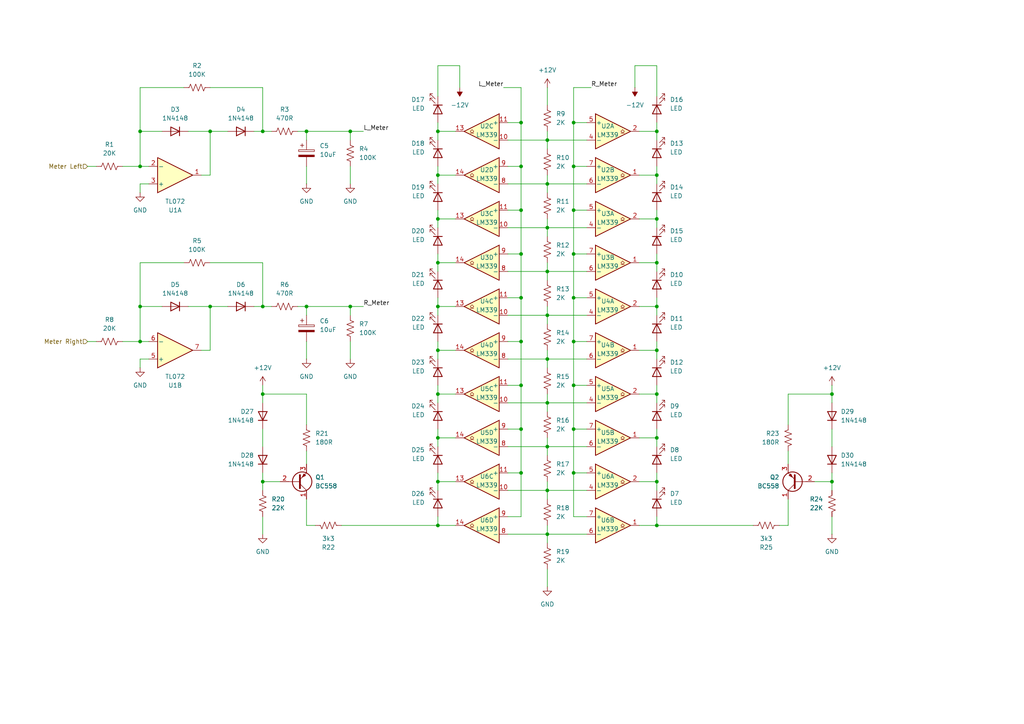
<source format=kicad_sch>
(kicad_sch (version 20250114) (generator "eeschema") (generator_version "9.0")
  (paper "A4")
  (title_block (comment 1 "PCB for 5 cm Kosmo format synthesizer module"))
  (lib_symbols
    (symbol "Amplifier_Operational:TL072" (pin_names (offset 0.127))
      (property "Reference" "U" (at 0 5.08 0))
      (property "Value" "TL072" (at 0 -5.08 0))
      (symbol "TL072_1_1"
        (pin input line (at -7.62 2.54 0) (length 2.54) (name "+") (number "3"))
        (pin input line (at -7.62 -2.54 0) (length 2.54) (name "-") (number "2"))
        (pin output line (at 7.62 0 180) (length 2.54) (name "~") (number "1"))
      )
      (symbol "TL072_2_1"
        (pin input line (at -7.62 2.54 0) (length 2.54) (name "+") (number "5"))
        (pin input line (at -7.62 -2.54 0) (length 2.54) (name "-") (number "6"))
        (pin output line (at 7.62 0 180) (length 2.54) (name "~") (number "7"))
      )
      (symbol "TL072_3_1"
        (pin power_in line (at -2.54 7.62 270) (length 3.81) (name "V+") (number "8"))
        (pin power_in line (at -2.54 -7.62 90) (length 3.81) (name "V-") (number "4"))
      )
    )
    (symbol "Comparator:LM339" (pin_names (offset 0.127))
      (property "Reference" "U" (at 0 5.08 0))
      (property "Value" "LM339" (at 0 -5.08 0))
      (symbol "LM339_1_1"
        (pin input line (at -7.62 2.54 0) (length 2.54) (name "+") (number "5"))
        (pin input line (at -7.62 -2.54 0) (length 2.54) (name "-") (number "4"))
        (pin open_collector line (at 7.62 0 180) (length 2.54) (name "~") (number "2"))
      )
      (symbol "LM339_2_1"
        (pin input line (at -7.62 2.54 0) (length 2.54) (name "+") (number "7"))
        (pin input line (at -7.62 -2.54 0) (length 2.54) (name "-") (number "6"))
        (pin open_collector line (at 7.62 0 180) (length 2.54) (name "~") (number "1"))
      )
      (symbol "LM339_3_1"
        (pin input line (at -7.62 2.54 0) (length 2.54) (name "+") (number "11"))
        (pin input line (at -7.62 -2.54 0) (length 2.54) (name "-") (number "10"))
        (pin open_collector line (at 7.62 0 180) (length 2.54) (name "~") (number "13"))
      )
      (symbol "LM339_4_1"
        (pin input line (at -7.62 2.54 0) (length 2.54) (name "+") (number "9"))
        (pin input line (at -7.62 -2.54 0) (length 2.54) (name "-") (number "8"))
        (pin open_collector line (at 7.62 0 180) (length 2.54) (name "~") (number "14"))
      )
      (symbol "LM339_5_1"
        (pin power_in line (at -2.54 7.62 270) (length 3.81) (name "V+") (number "3"))
        (pin power_in line (at -2.54 -7.62 90) (length 3.81) (name "V-") (number "12"))
      )
    )
    (symbol "Device:C_Polarized" (pin_numbers (hide yes)) (pin_names (offset 0.254))
      (property "Reference" "C" (at 0.635 2.54 0))
      (property "Value" "C_Polarized" (at 0.635 -2.54 0))
      (symbol "C_Polarized_1_1"
        (pin passive line (at 0 3.81 270) (length 2.794) (name "~") (number "1"))
        (pin passive line (at 0 -3.81 90) (length 2.794) (name "~") (number "2"))
      )
    )
    (symbol "Device:LED" (pin_numbers (hide yes)) (pin_names (offset 1.016) (hide yes))
      (property "Reference" "D" (at 0 2.54 0))
      (property "Value" "LED" (at 0 -2.54 0))
      (symbol "LED_1_1"
        (pin passive line (at -3.81 0 0) (length 2.54) (name "K") (number "1"))
        (pin passive line (at 3.81 0 180) (length 2.54) (name "A") (number "2"))
      )
    )
    (symbol "Device:R_US" (pin_numbers (hide yes)) (pin_names (offset 0))
      (property "Reference" "R" (at 2.54 0 90))
      (property "Value" "R_US" (at -2.54 0 90))
      (symbol "R_US_1_1"
        (pin passive line (at 0 3.81 270) (length 1.27) (name "~") (number "1"))
        (pin passive line (at 0 -3.81 90) (length 1.27) (name "~") (number "2"))
      )
    )
    (symbol "Diode:1N4148" (pin_numbers (hide yes)) (pin_names (hide yes))
      (property "Reference" "D" (at 0 2.54 0))
      (property "Value" "1N4148" (at 0 -2.54 0))
      (symbol "1N4148_1_1"
        (pin passive line (at -3.81 0 0) (length 2.54) (name "K") (number "1"))
        (pin passive line (at 3.81 0 180) (length 2.54) (name "A") (number "2"))
      )
    )
    (symbol "Transistor_BJT:BC558" (pin_names (offset 0) (hide yes))
      (property "Reference" "Q" (at 5.08 1.905 0))
      (property "Value" "BC558" (at 5.08 0 0))
      (symbol "BC558_1_1"
        (pin input line (at -5.08 0 0) (length 2.54) (name "B") (number "2"))
        (pin passive line (at 2.54 5.08 270) (length 2.54) (name "C") (number "1"))
        (pin passive line (at 2.54 -5.08 90) (length 2.54) (name "E") (number "3"))
      )
    )
    (symbol "power:+12V" (power) (pin_numbers (hide yes)) (pin_names (offset 0) (hide yes))
      (property "Value" "+12V" (at 0 3.556 0))
      (symbol "+12V_1_1"
        (pin power_in line (at 0 0 90) (length 0) (name "~") (number "1"))
      )
    )
    (symbol "power:-12V" (power) (pin_numbers (hide yes)) (pin_names (offset 0) (hide yes))
      (property "Value" "-12V" (at 0 3.556 0))
      (symbol "-12V_0_0"
        (pin power_in line (at 0 0 90) (length 0) (name "~") (number "1"))
      )
    )
    (symbol "power:GND" (power) (pin_numbers (hide yes)) (pin_names (offset 0) (hide yes))
      (property "Value" "GND" (at 0 -3.81 0))
      (symbol "GND_1_1"
        (pin power_in line (at 0 0 270) (length 0) (name "~") (number "1"))
      )
    )
  )
  (junction (at 127 139.7))
  (junction (at 190.5 114.3))
  (junction (at 151.13 137.16))
  (junction (at 158.75 116.84))
  (junction (at 76.2 38.1))
  (junction (at 40.64 38.1))
  (junction (at 166.37 86.36))
  (junction (at 101.6 88.9))
  (junction (at 127 88.9))
  (junction (at 190.5 101.6))
  (junction (at 166.37 73.66))
  (junction (at 166.37 111.76))
  (junction (at 127 38.1))
  (junction (at 190.5 38.1))
  (junction (at 190.5 139.7))
  (junction (at 190.5 63.5))
  (junction (at 127 63.5))
  (junction (at 166.37 60.96))
  (junction (at 127 101.6))
  (junction (at 151.13 73.66))
  (junction (at 166.37 35.56))
  (junction (at 190.5 76.2))
  (junction (at 166.37 99.06))
  (junction (at 151.13 60.96))
  (junction (at 190.5 127))
  (junction (at 40.64 88.9))
  (junction (at 158.75 78.74))
  (junction (at 127 76.2))
  (junction (at 127 152.4))
  (junction (at 158.75 129.54))
  (junction (at 151.13 86.36))
  (junction (at 166.37 124.46))
  (junction (at 158.75 40.64))
  (junction (at 158.75 53.34))
  (junction (at 151.13 48.26))
  (junction (at 60.96 88.9))
  (junction (at 166.37 137.16))
  (junction (at 88.9 38.1))
  (junction (at 158.75 91.44))
  (junction (at 76.2 114.3))
  (junction (at 76.2 88.9))
  (junction (at 40.64 48.26))
  (junction (at 190.5 50.8))
  (junction (at 127 127))
  (junction (at 158.75 142.24))
  (junction (at 76.2 139.7))
  (junction (at 88.9 88.9))
  (junction (at 158.75 66.04))
  (junction (at 241.3 139.7))
  (junction (at 158.75 154.94))
  (junction (at 127 114.3))
  (junction (at 40.64 99.06))
  (junction (at 190.5 88.9))
  (junction (at 151.13 124.46))
  (junction (at 166.37 48.26))
  (junction (at 241.3 114.3))
  (junction (at 151.13 99.06))
  (junction (at 151.13 35.56))
  (junction (at 127 50.8))
  (junction (at 158.75 104.14))
  (junction (at 60.96 38.1))
  (junction (at 190.5 152.4))
  (junction (at 101.6 38.1))
  (junction (at 151.13 111.76))
  (wire (pts (xy 166.37 73.66) (xy 170.18 73.66)))
  (wire (pts (xy 43.18 104.14) (xy 40.64 104.14)))
  (wire (pts (xy 73.66 38.1) (xy 76.2 38.1)))
  (wire (pts (xy 76.2 76.2) (xy 76.2 88.9)))
  (wire (pts (xy 147.32 116.84) (xy 158.75 116.84)))
  (wire (pts (xy 190.5 99.06) (xy 190.5 101.6)))
  (wire (pts (xy 190.5 152.4) (xy 185.42 152.4)))
  (wire (pts (xy 147.32 86.36) (xy 151.13 86.36)))
  (wire (pts (xy 190.5 139.7) (xy 190.5 142.24)))
  (wire (pts (xy 158.75 114.3) (xy 158.75 116.84)))
  (wire (pts (xy 76.2 139.7) (xy 76.2 142.24)))
  (wire (pts (xy 147.32 35.56) (xy 151.13 35.56)))
  (wire (pts (xy 60.96 38.1) (xy 60.96 50.8)))
  (wire (pts (xy 190.5 152.4) (xy 218.44 152.4)))
  (wire (pts (xy 127 63.5) (xy 127 66.04)))
  (wire (pts (xy 40.64 88.9) (xy 40.64 99.06)))
  (wire (pts (xy 158.75 25.4) (xy 158.75 30.48)))
  (wire (pts (xy 158.75 104.14) (xy 158.75 106.68)))
  (wire (pts (xy 60.96 25.4) (xy 76.2 25.4)))
  (wire (pts (xy 158.75 78.74) (xy 158.75 81.28)))
  (wire (pts (xy 158.75 40.64) (xy 158.75 43.18)))
  (wire (pts (xy 25.4 48.26) (xy 27.94 48.26)))
  (wire (pts (xy 88.9 88.9) (xy 101.6 88.9)))
  (wire (pts (xy 158.75 104.14) (xy 170.18 104.14)))
  (wire (pts (xy 190.5 19.05) (xy 190.5 27.94)))
  (wire (pts (xy 158.75 116.84) (xy 158.75 119.38)))
  (wire (pts (xy 158.75 91.44) (xy 158.75 93.98)))
  (wire (pts (xy 40.64 48.26) (xy 43.18 48.26)))
  (wire (pts (xy 166.37 124.46) (xy 166.37 137.16)))
  (wire (pts (xy 151.13 124.46) (xy 151.13 137.16)))
  (wire (pts (xy 60.96 38.1) (xy 66.04 38.1)))
  (wire (pts (xy 158.75 129.54) (xy 158.75 132.08)))
  (wire (pts (xy 166.37 73.66) (xy 166.37 86.36)))
  (wire (pts (xy 40.64 38.1) (xy 40.64 48.26)))
  (wire (pts (xy 127 63.5) (xy 132.08 63.5)))
  (wire (pts (xy 127 76.2) (xy 127 78.74)))
  (wire (pts (xy 184.15 25.4) (xy 184.15 19.05)))
  (wire (pts (xy 132.08 152.4) (xy 127 152.4)))
  (wire (pts (xy 147.32 104.14) (xy 158.75 104.14)))
  (wire (pts (xy 40.64 76.2) (xy 40.64 88.9)))
  (wire (pts (xy 185.42 50.8) (xy 190.5 50.8)))
  (wire (pts (xy 101.6 38.1) (xy 105.41 38.1)))
  (wire (pts (xy 88.9 38.1) (xy 86.36 38.1)))
  (wire (pts (xy 241.3 149.86) (xy 241.3 154.94)))
  (wire (pts (xy 76.2 38.1) (xy 78.74 38.1)))
  (wire (pts (xy 76.2 114.3) (xy 88.9 114.3)))
  (wire (pts (xy 185.42 139.7) (xy 190.5 139.7)))
  (wire (pts (xy 147.32 48.26) (xy 151.13 48.26)))
  (wire (pts (xy 166.37 137.16) (xy 170.18 137.16)))
  (wire (pts (xy 127 111.76) (xy 127 114.3)))
  (wire (pts (xy 190.5 111.76) (xy 190.5 114.3)))
  (wire (pts (xy 228.6 123.19) (xy 228.6 114.3)))
  (wire (pts (xy 166.37 48.26) (xy 166.37 60.96)))
  (wire (pts (xy 60.96 101.6) (xy 58.42 101.6)))
  (wire (pts (xy 127 88.9) (xy 132.08 88.9)))
  (wire (pts (xy 190.5 137.16) (xy 190.5 139.7)))
  (wire (pts (xy 147.32 60.96) (xy 151.13 60.96)))
  (wire (pts (xy 147.32 99.06) (xy 151.13 99.06)))
  (wire (pts (xy 60.96 88.9) (xy 66.04 88.9)))
  (wire (pts (xy 127 38.1) (xy 132.08 38.1)))
  (wire (pts (xy 241.3 111.76) (xy 241.3 114.3)))
  (wire (pts (xy 166.37 124.46) (xy 170.18 124.46)))
  (wire (pts (xy 127 73.66) (xy 127 76.2)))
  (wire (pts (xy 190.5 48.26) (xy 190.5 50.8)))
  (wire (pts (xy 158.75 154.94) (xy 170.18 154.94)))
  (wire (pts (xy 190.5 60.96) (xy 190.5 63.5)))
  (wire (pts (xy 166.37 86.36) (xy 166.37 99.06)))
  (wire (pts (xy 127 124.46) (xy 127 127)))
  (wire (pts (xy 151.13 48.26) (xy 151.13 60.96)))
  (wire (pts (xy 88.9 99.06) (xy 88.9 104.14)))
  (wire (pts (xy 190.5 149.86) (xy 190.5 152.4)))
  (wire (pts (xy 151.13 25.4) (xy 151.13 35.56)))
  (wire (pts (xy 147.32 111.76) (xy 151.13 111.76)))
  (wire (pts (xy 147.32 40.64) (xy 158.75 40.64)))
  (wire (pts (xy 147.32 154.94) (xy 158.75 154.94)))
  (wire (pts (xy 127 101.6) (xy 127 104.14)))
  (wire (pts (xy 88.9 130.81) (xy 88.9 134.62)))
  (wire (pts (xy 147.32 142.24) (xy 158.75 142.24)))
  (wire (pts (xy 241.3 139.7) (xy 236.22 139.7)))
  (wire (pts (xy 190.5 76.2) (xy 190.5 78.74)))
  (wire (pts (xy 151.13 137.16) (xy 151.13 149.86)))
  (wire (pts (xy 185.42 101.6) (xy 190.5 101.6)))
  (wire (pts (xy 171.45 25.4) (xy 166.37 25.4)))
  (wire (pts (xy 127 19.05) (xy 133.35 19.05)))
  (wire (pts (xy 241.3 124.46) (xy 241.3 129.54)))
  (wire (pts (xy 40.64 99.06) (xy 43.18 99.06)))
  (wire (pts (xy 54.61 38.1) (xy 60.96 38.1)))
  (wire (pts (xy 166.37 111.76) (xy 166.37 124.46)))
  (wire (pts (xy 127 88.9) (xy 127 91.44)))
  (wire (pts (xy 158.75 66.04) (xy 158.75 68.58)))
  (wire (pts (xy 158.75 152.4) (xy 158.75 154.94)))
  (wire (pts (xy 241.3 137.16) (xy 241.3 139.7)))
  (wire (pts (xy 127 114.3) (xy 127 116.84)))
  (wire (pts (xy 158.75 142.24) (xy 170.18 142.24)))
  (wire (pts (xy 25.4 99.06) (xy 27.94 99.06)))
  (wire (pts (xy 158.75 101.6) (xy 158.75 104.14)))
  (wire (pts (xy 158.75 129.54) (xy 170.18 129.54)))
  (wire (pts (xy 158.75 50.8) (xy 158.75 53.34)))
  (wire (pts (xy 151.13 73.66) (xy 151.13 86.36)))
  (wire (pts (xy 88.9 91.44) (xy 88.9 88.9)))
  (wire (pts (xy 46.99 88.9) (xy 40.64 88.9)))
  (wire (pts (xy 60.96 88.9) (xy 60.96 101.6)))
  (wire (pts (xy 127 48.26) (xy 127 50.8)))
  (wire (pts (xy 166.37 86.36) (xy 170.18 86.36)))
  (wire (pts (xy 127 139.7) (xy 127 142.24)))
  (wire (pts (xy 127 27.94) (xy 127 19.05)))
  (wire (pts (xy 60.96 50.8) (xy 58.42 50.8)))
  (wire (pts (xy 46.99 38.1) (xy 40.64 38.1)))
  (wire (pts (xy 241.3 114.3) (xy 228.6 114.3)))
  (wire (pts (xy 158.75 142.24) (xy 158.75 144.78)))
  (wire (pts (xy 190.5 50.8) (xy 190.5 53.34)))
  (wire (pts (xy 166.37 60.96) (xy 166.37 73.66)))
  (wire (pts (xy 158.75 38.1) (xy 158.75 40.64)))
  (wire (pts (xy 151.13 149.86) (xy 147.32 149.86)))
  (wire (pts (xy 241.3 114.3) (xy 241.3 116.84)))
  (wire (pts (xy 53.34 25.4) (xy 40.64 25.4)))
  (wire (pts (xy 127 50.8) (xy 127 53.34)))
  (wire (pts (xy 166.37 35.56) (xy 170.18 35.56)))
  (wire (pts (xy 76.2 88.9) (xy 78.74 88.9)))
  (wire (pts (xy 127 101.6) (xy 132.08 101.6)))
  (wire (pts (xy 166.37 99.06) (xy 166.37 111.76)))
  (wire (pts (xy 99.06 152.4) (xy 127 152.4)))
  (wire (pts (xy 166.37 60.96) (xy 170.18 60.96)))
  (wire (pts (xy 228.6 144.78) (xy 228.6 152.4)))
  (wire (pts (xy 127 114.3) (xy 132.08 114.3)))
  (wire (pts (xy 127 139.7) (xy 132.08 139.7)))
  (wire (pts (xy 158.75 165.1) (xy 158.75 170.18)))
  (wire (pts (xy 53.34 76.2) (xy 40.64 76.2)))
  (wire (pts (xy 190.5 88.9) (xy 190.5 91.44)))
  (wire (pts (xy 147.32 78.74) (xy 158.75 78.74)))
  (wire (pts (xy 185.42 63.5) (xy 190.5 63.5)))
  (wire (pts (xy 190.5 63.5) (xy 190.5 66.04)))
  (wire (pts (xy 151.13 60.96) (xy 151.13 73.66)))
  (wire (pts (xy 158.75 116.84) (xy 170.18 116.84)))
  (wire (pts (xy 166.37 149.86) (xy 170.18 149.86)))
  (wire (pts (xy 166.37 111.76) (xy 170.18 111.76)))
  (wire (pts (xy 158.75 88.9) (xy 158.75 91.44)))
  (wire (pts (xy 88.9 48.26) (xy 88.9 53.34)))
  (wire (pts (xy 151.13 99.06) (xy 151.13 111.76)))
  (wire (pts (xy 76.2 149.86) (xy 76.2 154.94)))
  (wire (pts (xy 127 86.36) (xy 127 88.9)))
  (wire (pts (xy 228.6 130.81) (xy 228.6 134.62)))
  (wire (pts (xy 101.6 91.44) (xy 101.6 88.9)))
  (wire (pts (xy 185.42 88.9) (xy 190.5 88.9)))
  (wire (pts (xy 166.37 137.16) (xy 166.37 149.86)))
  (wire (pts (xy 147.32 137.16) (xy 151.13 137.16)))
  (wire (pts (xy 146.05 25.4) (xy 151.13 25.4)))
  (wire (pts (xy 88.9 88.9) (xy 86.36 88.9)))
  (wire (pts (xy 184.15 19.05) (xy 190.5 19.05)))
  (wire (pts (xy 101.6 40.64) (xy 101.6 38.1)))
  (wire (pts (xy 88.9 38.1) (xy 101.6 38.1)))
  (wire (pts (xy 241.3 139.7) (xy 241.3 142.24)))
  (wire (pts (xy 147.32 66.04) (xy 158.75 66.04)))
  (wire (pts (xy 40.64 25.4) (xy 40.64 38.1)))
  (wire (pts (xy 76.2 137.16) (xy 76.2 139.7)))
  (wire (pts (xy 127 127) (xy 127 129.54)))
  (wire (pts (xy 127 50.8) (xy 132.08 50.8)))
  (wire (pts (xy 158.75 78.74) (xy 170.18 78.74)))
  (wire (pts (xy 127 137.16) (xy 127 139.7)))
  (wire (pts (xy 76.2 111.76) (xy 76.2 114.3)))
  (wire (pts (xy 158.75 127) (xy 158.75 129.54)))
  (wire (pts (xy 127 99.06) (xy 127 101.6)))
  (wire (pts (xy 151.13 111.76) (xy 151.13 124.46)))
  (wire (pts (xy 190.5 38.1) (xy 190.5 40.64)))
  (wire (pts (xy 88.9 152.4) (xy 91.44 152.4)))
  (wire (pts (xy 127 60.96) (xy 127 63.5)))
  (wire (pts (xy 147.32 91.44) (xy 158.75 91.44)))
  (wire (pts (xy 88.9 144.78) (xy 88.9 152.4)))
  (wire (pts (xy 190.5 124.46) (xy 190.5 127)))
  (wire (pts (xy 185.42 38.1) (xy 190.5 38.1)))
  (wire (pts (xy 158.75 154.94) (xy 158.75 157.48)))
  (wire (pts (xy 43.18 53.34) (xy 40.64 53.34)))
  (wire (pts (xy 190.5 114.3) (xy 190.5 116.84)))
  (wire (pts (xy 35.56 99.06) (xy 40.64 99.06)))
  (wire (pts (xy 147.32 129.54) (xy 158.75 129.54)))
  (wire (pts (xy 88.9 40.64) (xy 88.9 38.1)))
  (wire (pts (xy 127 152.4) (xy 127 149.86)))
  (wire (pts (xy 40.64 104.14) (xy 40.64 106.68)))
  (wire (pts (xy 76.2 139.7) (xy 81.28 139.7)))
  (wire (pts (xy 185.42 76.2) (xy 190.5 76.2)))
  (wire (pts (xy 127 35.56) (xy 127 38.1)))
  (wire (pts (xy 166.37 35.56) (xy 166.37 48.26)))
  (wire (pts (xy 190.5 101.6) (xy 190.5 104.14)))
  (wire (pts (xy 158.75 66.04) (xy 170.18 66.04)))
  (wire (pts (xy 158.75 53.34) (xy 158.75 55.88)))
  (wire (pts (xy 127 38.1) (xy 127 40.64)))
  (wire (pts (xy 101.6 99.06) (xy 101.6 104.14)))
  (wire (pts (xy 76.2 124.46) (xy 76.2 129.54)))
  (wire (pts (xy 76.2 25.4) (xy 76.2 38.1)))
  (wire (pts (xy 185.42 127) (xy 190.5 127)))
  (wire (pts (xy 73.66 88.9) (xy 76.2 88.9)))
  (wire (pts (xy 228.6 152.4) (xy 226.06 152.4)))
  (wire (pts (xy 158.75 63.5) (xy 158.75 66.04)))
  (wire (pts (xy 158.75 53.34) (xy 170.18 53.34)))
  (wire (pts (xy 147.32 53.34) (xy 158.75 53.34)))
  (wire (pts (xy 127 76.2) (xy 132.08 76.2)))
  (wire (pts (xy 158.75 139.7) (xy 158.75 142.24)))
  (wire (pts (xy 76.2 114.3) (xy 76.2 116.84)))
  (wire (pts (xy 147.32 73.66) (xy 151.13 73.66)))
  (wire (pts (xy 190.5 86.36) (xy 190.5 88.9)))
  (wire (pts (xy 147.32 124.46) (xy 151.13 124.46)))
  (wire (pts (xy 185.42 114.3) (xy 190.5 114.3)))
  (wire (pts (xy 35.56 48.26) (xy 40.64 48.26)))
  (wire (pts (xy 40.64 53.34) (xy 40.64 55.88)))
  (wire (pts (xy 127 127) (xy 132.08 127)))
  (wire (pts (xy 166.37 99.06) (xy 170.18 99.06)))
  (wire (pts (xy 166.37 25.4) (xy 166.37 35.56)))
  (wire (pts (xy 101.6 48.26) (xy 101.6 53.34)))
  (wire (pts (xy 60.96 76.2) (xy 76.2 76.2)))
  (wire (pts (xy 190.5 73.66) (xy 190.5 76.2)))
  (wire (pts (xy 151.13 35.56) (xy 151.13 48.26)))
  (wire (pts (xy 190.5 127) (xy 190.5 129.54)))
  (wire (pts (xy 133.35 19.05) (xy 133.35 25.4)))
  (wire (pts (xy 54.61 88.9) (xy 60.96 88.9)))
  (wire (pts (xy 101.6 88.9) (xy 105.41 88.9)))
  (wire (pts (xy 88.9 123.19) (xy 88.9 114.3)))
  (wire (pts (xy 166.37 48.26) (xy 170.18 48.26)))
  (wire (pts (xy 190.5 35.56) (xy 190.5 38.1)))
  (wire (pts (xy 158.75 40.64) (xy 170.18 40.64)))
  (wire (pts (xy 158.75 76.2) (xy 158.75 78.74)))
  (wire (pts (xy 151.13 86.36) (xy 151.13 99.06)))
  (wire (pts (xy 158.75 91.44) (xy 170.18 91.44)))
  (label "L_Meter" (at 146.05 25.4 180))
  (label "R_Meter" (at 105.41 88.9 0))
  (label "L_Meter" (at 105.41 38.1 0))
  (label "R_Meter" (at 171.45 25.4 0))
  (hierarchical_label "Meter Left" (shape input) (at 25.4 48.26 180))
  (hierarchical_label "Meter Right" (shape input) (at 25.4 99.06 180))
  (symbol (lib_id "Comparator:LM339") (at 177.8 127 0) (unit 2)
    (property "Reference" "U5" (at 176.276 125.476 0))
    (property "Value" "LM339" (at 176.276 128.016 0))
    (property "Footprint" "Package_DIP:DIP-14_W7.62mm_Socket" (effects (hide yes)))
    (property "Datasheet" "https://www.st.com/resource/en/datasheet/lm139.pdf" (effects (hide yes)))
    (property "Description" "Quad Differential Comparators, SOIC-14/TSSOP-14" (effects (hide yes)))
  )
  (symbol (lib_id "Comparator:LM339") (at 177.8 101.6 0) (unit 2)
    (property "Reference" "U4" (at 176.276 100.076 0))
    (property "Value" "LM339" (at 176.276 102.616 0))
    (property "Footprint" "Package_DIP:DIP-14_W7.62mm_Socket" (effects (hide yes)))
    (property "Datasheet" "https://www.st.com/resource/en/datasheet/lm139.pdf" (effects (hide yes)))
    (property "Description" "Quad Differential Comparators, SOIC-14/TSSOP-14" (effects (hide yes)))
  )
  (symbol (lib_id "Comparator:LM339") (at 139.7 63.5 0) (mirror y) (unit 3)
    (property "Reference" "U3" (at 141.224 61.976 0))
    (property "Value" "LM339" (at 141.224 64.516 0))
    (property "Footprint" "Package_DIP:DIP-14_W7.62mm_Socket" (effects (hide yes)))
    (property "Datasheet" "https://www.st.com/resource/en/datasheet/lm139.pdf" (effects (hide yes)))
    (property "Description" "Quad Differential Comparators, SOIC-14/TSSOP-14" (effects (hide yes)))
  )
  (symbol (lib_id "Device:LED") (at 190.5 146.05 90) (mirror x) (unit 1)
    (property "Reference" "D7" (at 194.31 143.1924 90) (effects (justify right)))
    (property "Value" "LED" (at 194.31 145.7324 90) (effects (justify right)))
    (property "Footprint" "LED_THT:LED_Rectangular_W5.0mm_H2.0mm" (effects (hide yes)))
    (property "Description" "Light emitting diode" (effects (hide yes)))
    (property "Sim.Pins" "1=K 2=A" (effects (hide yes)))
  )
  (symbol (lib_id "Amplifier_Operational:TL072") (at 50.8 50.8 0) (mirror x) (unit 1)
    (property "Reference" "U1" (at 50.8 60.96 0))
    (property "Value" "TL072" (at 50.8 58.42 0))
    (property "Footprint" "Package_DIP:DIP-8_W7.62mm_Socket" (effects (hide yes)))
    (property "Datasheet" "http://www.ti.com/lit/ds/symlink/tl071.pdf" (effects (hide yes)))
    (property "Description" "Dual Low-Noise JFET-Input Operational Amplifiers, DIP-8/SOIC-8" (effects (hide yes)))
  )
  (symbol (lib_id "power:GND") (at 76.2 154.94 0) (unit 1)
    (property "Reference" "#PWR021" (effects (hide yes)))
    (property "Value" "GND" (at 76.2 160.02 0))
    (property "Description" "Power symbol creates a global label with name \"GND\" , ground" (effects (hide yes)))
  )
  (symbol (lib_id "Device:LED") (at 127 120.65 270) (unit 1)
    (property "Reference" "D24" (at 123.19 117.7924 90) (effects (justify right)))
    (property "Value" "LED" (at 123.19 120.3324 90) (effects (justify right)))
    (property "Footprint" "LED_THT:LED_Rectangular_W5.0mm_H2.0mm" (effects (hide yes)))
    (property "Description" "Light emitting diode" (effects (hide yes)))
    (property "Sim.Pins" "1=K 2=A" (effects (hide yes)))
  )
  (symbol (lib_id "Device:R_US") (at 57.15 76.2 90) (unit 1)
    (property "Reference" "R5" (at 57.15 69.85 90))
    (property "Value" "100K" (at 57.15 72.39 90))
    (property "Footprint" "Resistor_THT:R_Axial_DIN0207_L6.3mm_D2.5mm_P7.62mm_Horizontal" (effects (hide yes)))
    (property "Description" "Resistor, US symbol" (effects (hide yes)))
  )
  (symbol (lib_id "Diode:1N4148") (at 76.2 133.35 270) (mirror x) (unit 1)
    (property "Reference" "D28" (at 73.66 132.0799 90) (effects (justify right)))
    (property "Value" "1N4148" (at 73.66 134.6199 90) (effects (justify right)))
    (property "Footprint" "Diode_THT:D_DO-35_SOD27_P7.62mm_Horizontal" (effects (hide yes)))
    (property "Datasheet" "https://assets.nexperia.com/documents/data-sheet/1N4148_1N4448.pdf" (effects (hide yes)))
    (property "Description" "100V 0.15A standard switching diode, DO-35" (effects (hide yes)))
    (property "Sim.Device" "D" (effects (hide yes)))
    (property "Sim.Pins" "1=K 2=A" (effects (hide yes)))
  )
  (symbol (lib_id "power:-12V") (at 184.15 25.4 180) (unit 1)
    (property "Reference" "#PWR011" (effects (hide yes)))
    (property "Value" "-12V" (at 184.15 30.48 0))
    (property "Description" "Power symbol creates a global label with name \"-12V\"" (effects (hide yes)))
  )
  (symbol (lib_id "Diode:1N4148") (at 76.2 120.65 270) (mirror x) (unit 1)
    (property "Reference" "D27" (at 73.66 119.3799 90) (effects (justify right)))
    (property "Value" "1N4148" (at 73.66 121.9199 90) (effects (justify right)))
    (property "Footprint" "Diode_THT:D_DO-35_SOD27_P7.62mm_Horizontal" (effects (hide yes)))
    (property "Datasheet" "https://assets.nexperia.com/documents/data-sheet/1N4148_1N4448.pdf" (effects (hide yes)))
    (property "Description" "100V 0.15A standard switching diode, DO-35" (effects (hide yes)))
    (property "Sim.Device" "D" (effects (hide yes)))
    (property "Sim.Pins" "1=K 2=A" (effects (hide yes)))
  )
  (symbol (lib_id "power:-12V") (at 133.35 25.4 180) (unit 1)
    (property "Reference" "#PWR012" (effects (hide yes)))
    (property "Value" "-12V" (at 133.35 30.48 0))
    (property "Description" "Power symbol creates a global label with name \"-12V\"" (effects (hide yes)))
  )
  (symbol (lib_id "Device:LED") (at 127 69.85 270) (unit 1)
    (property "Reference" "D20" (at 123.19 66.9924 90) (effects (justify right)))
    (property "Value" "LED" (at 123.19 69.5324 90) (effects (justify right)))
    (property "Footprint" "LED_THT:LED_Rectangular_W5.0mm_H2.0mm" (effects (hide yes)))
    (property "Description" "Light emitting diode" (effects (hide yes)))
    (property "Sim.Pins" "1=K 2=A" (effects (hide yes)))
  )
  (symbol (lib_id "power:GND") (at 101.6 104.14 0) (unit 1)
    (property "Reference" "#PWR09" (effects (hide yes)))
    (property "Value" "GND" (at 101.6 109.22 0))
    (property "Description" "Power symbol creates a global label with name \"GND\" , ground" (effects (hide yes)))
  )
  (symbol (lib_id "power:+12V") (at 76.2 111.76 0) (unit 1)
    (property "Reference" "#PWR022" (effects (hide yes)))
    (property "Value" "+12V" (at 76.2 106.68 0))
    (property "Description" "Power symbol creates a global label with name \"+12V\"" (effects (hide yes)))
  )
  (symbol (lib_id "Device:R_US") (at 158.75 59.69 180) (unit 1)
    (property "Reference" "R11" (at 161.29 58.4199 0) (effects (justify right)))
    (property "Value" "2K" (at 161.29 60.9599 0) (effects (justify right)))
    (property "Footprint" "Resistor_THT:R_Axial_DIN0207_L6.3mm_D2.5mm_P7.62mm_Horizontal" (effects (hide yes)))
    (property "Description" "Resistor, US symbol" (effects (hide yes)))
  )
  (symbol (lib_id "Device:LED") (at 190.5 133.35 90) (mirror x) (unit 1)
    (property "Reference" "D8" (at 194.31 130.4924 90) (effects (justify right)))
    (property "Value" "LED" (at 194.31 133.0324 90) (effects (justify right)))
    (property "Footprint" "LED_THT:LED_Rectangular_W5.0mm_H2.0mm" (effects (hide yes)))
    (property "Description" "Light emitting diode" (effects (hide yes)))
    (property "Sim.Pins" "1=K 2=A" (effects (hide yes)))
  )
  (symbol (lib_id "Device:C_Polarized") (at 88.9 95.25 0) (unit 1)
    (property "Reference" "C6" (at 92.71 93.0909 0) (effects (justify left)))
    (property "Value" "10uF" (at 92.71 95.6309 0) (effects (justify left)))
    (property "Footprint" "Capacitor_THT:CP_Radial_D5.0mm_P2.00mm" (effects (hide yes)))
    (property "Description" "Polarized capacitor" (effects (hide yes)))
  )
  (symbol (lib_id "Comparator:LM339") (at 177.8 88.9 0) (unit 1)
    (property "Reference" "U4" (at 176.276 87.376 0))
    (property "Value" "LM339" (at 176.276 89.916 0))
    (property "Footprint" "Package_DIP:DIP-14_W7.62mm_Socket" (effects (hide yes)))
    (property "Datasheet" "https://www.st.com/resource/en/datasheet/lm139.pdf" (effects (hide yes)))
    (property "Description" "Quad Differential Comparators, SOIC-14/TSSOP-14" (effects (hide yes)))
  )
  (symbol (lib_id "Amplifier_Operational:TL072") (at 50.8 101.6 0) (mirror x) (unit 2)
    (property "Reference" "U1" (at 50.8 111.76 0))
    (property "Value" "TL072" (at 50.8 109.22 0))
    (property "Footprint" "Package_DIP:DIP-8_W7.62mm_Socket" (effects (hide yes)))
    (property "Datasheet" "http://www.ti.com/lit/ds/symlink/tl071.pdf" (effects (hide yes)))
    (property "Description" "Dual Low-Noise JFET-Input Operational Amplifiers, DIP-8/SOIC-8" (effects (hide yes)))
  )
  (symbol (lib_id "Device:R_US") (at 101.6 95.25 180) (unit 1)
    (property "Reference" "R7" (at 104.14 93.9799 0) (effects (justify right)))
    (property "Value" "100K" (at 104.14 96.5199 0) (effects (justify right)))
    (property "Footprint" "Resistor_THT:R_Axial_DIN0207_L6.3mm_D2.5mm_P7.62mm_Horizontal" (effects (hide yes)))
    (property "Description" "Resistor, US symbol" (effects (hide yes)))
  )
  (symbol (lib_id "Device:LED") (at 190.5 69.85 90) (mirror x) (unit 1)
    (property "Reference" "D15" (at 194.31 66.9924 90) (effects (justify right)))
    (property "Value" "LED" (at 194.31 69.5324 90) (effects (justify right)))
    (property "Footprint" "LED_THT:LED_Rectangular_W5.0mm_H2.0mm" (effects (hide yes)))
    (property "Description" "Light emitting diode" (effects (hide yes)))
    (property "Sim.Pins" "1=K 2=A" (effects (hide yes)))
  )
  (symbol (lib_id "Comparator:LM339") (at 139.7 101.6 0) (mirror y) (unit 4)
    (property "Reference" "U4" (at 141.224 100.076 0))
    (property "Value" "LM339" (at 141.224 102.616 0))
    (property "Footprint" "Package_DIP:DIP-14_W7.62mm_Socket" (effects (hide yes)))
    (property "Datasheet" "https://www.st.com/resource/en/datasheet/lm139.pdf" (effects (hide yes)))
    (property "Description" "Quad Differential Comparators, SOIC-14/TSSOP-14" (effects (hide yes)))
  )
  (symbol (lib_id "Device:R_US") (at 222.25 152.4 270) (unit 1)
    (property "Reference" "R25" (at 222.25 158.75 90))
    (property "Value" "3k3" (at 222.25 156.21 90))
    (property "Footprint" "Resistor_THT:R_Axial_DIN0207_L6.3mm_D2.5mm_P7.62mm_Horizontal" (effects (hide yes)))
    (property "Description" "Resistor, US symbol" (effects (hide yes)))
  )
  (symbol (lib_id "Device:R_US") (at 228.6 127 0) (mirror x) (unit 1)
    (property "Reference" "R23" (at 226.06 125.7299 0) (effects (justify right)))
    (property "Value" "180R" (at 226.06 128.2699 0) (effects (justify right)))
    (property "Footprint" "Resistor_THT:R_Axial_DIN0207_L6.3mm_D2.5mm_P7.62mm_Horizontal" (effects (hide yes)))
    (property "Description" "Resistor, US symbol" (effects (hide yes)))
  )
  (symbol (lib_id "Device:R_US") (at 95.25 152.4 90) (mirror x) (unit 1)
    (property "Reference" "R22" (at 95.25 158.75 90))
    (property "Value" "3k3" (at 95.25 156.21 90))
    (property "Footprint" "Resistor_THT:R_Axial_DIN0207_L6.3mm_D2.5mm_P7.62mm_Horizontal" (effects (hide yes)))
    (property "Description" "Resistor, US symbol" (effects (hide yes)))
  )
  (symbol (lib_id "power:GND") (at 88.9 53.34 0) (unit 1)
    (property "Reference" "#PWR03" (effects (hide yes)))
    (property "Value" "GND" (at 88.9 58.42 0))
    (property "Description" "Power symbol creates a global label with name \"GND\" , ground" (effects (hide yes)))
  )
  (symbol (lib_id "Comparator:LM339") (at 139.7 50.8 0) (mirror y) (unit 4)
    (property "Reference" "U2" (at 141.224 49.276 0))
    (property "Value" "LM339" (at 141.224 51.816 0))
    (property "Footprint" "Package_DIP:DIP-14_W7.62mm_Socket" (effects (hide yes)))
    (property "Datasheet" "https://www.st.com/resource/en/datasheet/lm139.pdf" (effects (hide yes)))
    (property "Description" "Quad Differential Comparators, SOIC-14/TSSOP-14" (effects (hide yes)))
  )
  (symbol (lib_id "Comparator:LM339") (at 177.8 63.5 0) (unit 1)
    (property "Reference" "U3" (at 176.276 61.976 0))
    (property "Value" "LM339" (at 176.276 64.516 0))
    (property "Footprint" "Package_DIP:DIP-14_W7.62mm_Socket" (effects (hide yes)))
    (property "Datasheet" "https://www.st.com/resource/en/datasheet/lm139.pdf" (effects (hide yes)))
    (property "Description" "Quad Differential Comparators, SOIC-14/TSSOP-14" (effects (hide yes)))
  )
  (symbol (lib_id "Device:R_US") (at 57.15 25.4 90) (unit 1)
    (property "Reference" "R2" (at 57.15 19.05 90))
    (property "Value" "100K" (at 57.15 21.59 90))
    (property "Footprint" "Resistor_THT:R_Axial_DIN0207_L6.3mm_D2.5mm_P7.62mm_Horizontal" (effects (hide yes)))
    (property "Description" "Resistor, US symbol" (effects (hide yes)))
  )
  (symbol (lib_id "Device:R_US") (at 158.75 135.89 180) (unit 1)
    (property "Reference" "R17" (at 161.29 134.6199 0) (effects (justify right)))
    (property "Value" "2K" (at 161.29 137.1599 0) (effects (justify right)))
    (property "Footprint" "Resistor_THT:R_Axial_DIN0207_L6.3mm_D2.5mm_P7.62mm_Horizontal" (effects (hide yes)))
    (property "Description" "Resistor, US symbol" (effects (hide yes)))
  )
  (symbol (lib_id "Device:R_US") (at 31.75 99.06 90) (unit 1)
    (property "Reference" "R8" (at 31.75 92.71 90))
    (property "Value" "20K" (at 31.75 95.25 90))
    (property "Footprint" "Resistor_THT:R_Axial_DIN0207_L6.3mm_D2.5mm_P7.62mm_Horizontal" (effects (hide yes)))
    (property "Description" "Resistor, US symbol" (effects (hide yes)))
  )
  (symbol (lib_id "Transistor_BJT:BC558") (at 231.14 139.7 180) (unit 1)
    (property "Reference" "Q2" (at 226.06 138.4299 0) (effects (justify left)))
    (property "Value" "BC558" (at 226.06 140.9699 0) (effects (justify left)))
    (property "Footprint" "Package_TO_SOT_THT:TO-92L_Inline_Wide" (effects (hide yes)))
    (property "Datasheet" "https://www.onsemi.com/pub/Collateral/BC556BTA-D.pdf" (effects (hide yes)))
    (property "Description" "0.1A Ic, 30V Vce, PNP Small Signal Transistor, TO-92" (effects (hide yes)))
  )
  (symbol (lib_id "Device:LED") (at 127 82.55 270) (unit 1)
    (property "Reference" "D21" (at 123.19 79.6924 90) (effects (justify right)))
    (property "Value" "LED" (at 123.19 82.2324 90) (effects (justify right)))
    (property "Footprint" "LED_THT:LED_Rectangular_W5.0mm_H2.0mm" (effects (hide yes)))
    (property "Description" "Light emitting diode" (effects (hide yes)))
    (property "Sim.Pins" "1=K 2=A" (effects (hide yes)))
  )
  (symbol (lib_id "Comparator:LM339") (at 177.8 152.4 0) (unit 2)
    (property "Reference" "U6" (at 176.276 150.876 0))
    (property "Value" "LM339" (at 176.276 153.416 0))
    (property "Footprint" "Package_DIP:DIP-14_W7.62mm_Socket" (effects (hide yes)))
    (property "Datasheet" "https://www.st.com/resource/en/datasheet/lm139.pdf" (effects (hide yes)))
    (property "Description" "Quad Differential Comparators, SOIC-14/TSSOP-14" (effects (hide yes)))
  )
  (symbol (lib_id "Comparator:LM339") (at 139.7 139.7 0) (mirror y) (unit 3)
    (property "Reference" "U6" (at 141.224 138.176 0))
    (property "Value" "LM339" (at 141.224 140.716 0))
    (property "Footprint" "Package_DIP:DIP-14_W7.62mm_Socket" (effects (hide yes)))
    (property "Datasheet" "https://www.st.com/resource/en/datasheet/lm139.pdf" (effects (hide yes)))
    (property "Description" "Quad Differential Comparators, SOIC-14/TSSOP-14" (effects (hide yes)))
  )
  (symbol (lib_id "Comparator:LM339") (at 139.7 127 0) (mirror y) (unit 4)
    (property "Reference" "U5" (at 141.224 125.476 0))
    (property "Value" "LM339" (at 141.224 128.016 0))
    (property "Footprint" "Package_DIP:DIP-14_W7.62mm_Socket" (effects (hide yes)))
    (property "Datasheet" "https://www.st.com/resource/en/datasheet/lm139.pdf" (effects (hide yes)))
    (property "Description" "Quad Differential Comparators, SOIC-14/TSSOP-14" (effects (hide yes)))
  )
  (symbol (lib_id "Device:LED") (at 127 44.45 270) (unit 1)
    (property "Reference" "D18" (at 123.19 41.5924 90) (effects (justify right)))
    (property "Value" "LED" (at 123.19 44.1324 90) (effects (justify right)))
    (property "Footprint" "LED_THT:LED_Rectangular_W5.0mm_H2.0mm" (effects (hide yes)))
    (property "Description" "Light emitting diode" (effects (hide yes)))
    (property "Sim.Pins" "1=K 2=A" (effects (hide yes)))
  )
  (symbol (lib_id "Comparator:LM339") (at 177.8 76.2 0) (unit 2)
    (property "Reference" "U3" (at 176.276 74.676 0))
    (property "Value" "LM339" (at 176.276 77.216 0))
    (property "Footprint" "Package_DIP:DIP-14_W7.62mm_Socket" (effects (hide yes)))
    (property "Datasheet" "https://www.st.com/resource/en/datasheet/lm139.pdf" (effects (hide yes)))
    (property "Description" "Quad Differential Comparators, SOIC-14/TSSOP-14" (effects (hide yes)))
  )
  (symbol (lib_id "Transistor_BJT:BC558") (at 86.36 139.7 0) (mirror x) (unit 1)
    (property "Reference" "Q1" (at 91.44 138.4299 0) (effects (justify left)))
    (property "Value" "BC558" (at 91.44 140.9699 0) (effects (justify left)))
    (property "Footprint" "Package_TO_SOT_THT:TO-92L_Inline_Wide" (effects (hide yes)))
    (property "Datasheet" "https://www.onsemi.com/pub/Collateral/BC556BTA-D.pdf" (effects (hide yes)))
    (property "Description" "0.1A Ic, 30V Vce, PNP Small Signal Transistor, TO-92" (effects (hide yes)))
  )
  (symbol (lib_id "Diode:1N4148") (at 69.85 88.9 180) (unit 1)
    (property "Reference" "D6" (at 69.85 82.55 0))
    (property "Value" "1N4148" (at 69.85 85.09 0))
    (property "Footprint" "Diode_THT:D_DO-35_SOD27_P7.62mm_Horizontal" (effects (hide yes)))
    (property "Datasheet" "https://assets.nexperia.com/documents/data-sheet/1N4148_1N4448.pdf" (effects (hide yes)))
    (property "Description" "100V 0.15A standard switching diode, DO-35" (effects (hide yes)))
    (property "Sim.Device" "D" (effects (hide yes)))
    (property "Sim.Pins" "1=K 2=A" (effects (hide yes)))
  )
  (symbol (lib_id "Device:LED") (at 190.5 107.95 90) (mirror x) (unit 1)
    (property "Reference" "D12" (at 194.31 105.0924 90) (effects (justify right)))
    (property "Value" "LED" (at 194.31 107.6324 90) (effects (justify right)))
    (property "Footprint" "LED_THT:LED_Rectangular_W5.0mm_H2.0mm" (effects (hide yes)))
    (property "Description" "Light emitting diode" (effects (hide yes)))
    (property "Sim.Pins" "1=K 2=A" (effects (hide yes)))
  )
  (symbol (lib_id "Comparator:LM339") (at 139.7 88.9 0) (mirror y) (unit 3)
    (property "Reference" "U4" (at 141.224 87.376 0))
    (property "Value" "LM339" (at 141.224 89.916 0))
    (property "Footprint" "Package_DIP:DIP-14_W7.62mm_Socket" (effects (hide yes)))
    (property "Datasheet" "https://www.st.com/resource/en/datasheet/lm139.pdf" (effects (hide yes)))
    (property "Description" "Quad Differential Comparators, SOIC-14/TSSOP-14" (effects (hide yes)))
  )
  (symbol (lib_id "Device:LED") (at 190.5 120.65 90) (mirror x) (unit 1)
    (property "Reference" "D9" (at 194.31 117.7924 90) (effects (justify right)))
    (property "Value" "LED" (at 194.31 120.3324 90) (effects (justify right)))
    (property "Footprint" "LED_THT:LED_Rectangular_W5.0mm_H2.0mm" (effects (hide yes)))
    (property "Description" "Light emitting diode" (effects (hide yes)))
    (property "Sim.Pins" "1=K 2=A" (effects (hide yes)))
  )
  (symbol (lib_id "Device:LED") (at 190.5 82.55 90) (mirror x) (unit 1)
    (property "Reference" "D10" (at 194.31 79.6924 90) (effects (justify right)))
    (property "Value" "LED" (at 194.31 82.2324 90) (effects (justify right)))
    (property "Footprint" "LED_THT:LED_Rectangular_W5.0mm_H2.0mm" (effects (hide yes)))
    (property "Description" "Light emitting diode" (effects (hide yes)))
    (property "Sim.Pins" "1=K 2=A" (effects (hide yes)))
  )
  (symbol (lib_id "Device:R_US") (at 241.3 146.05 0) (mirror x) (unit 1)
    (property "Reference" "R24" (at 238.76 144.7799 0) (effects (justify right)))
    (property "Value" "22K" (at 238.76 147.3199 0) (effects (justify right)))
    (property "Footprint" "Resistor_THT:R_Axial_DIN0207_L6.3mm_D2.5mm_P7.62mm_Horizontal" (effects (hide yes)))
    (property "Description" "Resistor, US symbol" (effects (hide yes)))
  )
  (symbol (lib_id "power:GND") (at 101.6 53.34 0) (unit 1)
    (property "Reference" "#PWR04" (effects (hide yes)))
    (property "Value" "GND" (at 101.6 58.42 0))
    (property "Description" "Power symbol creates a global label with name \"GND\" , ground" (effects (hide yes)))
  )
  (symbol (lib_id "Device:LED") (at 190.5 95.25 90) (mirror x) (unit 1)
    (property "Reference" "D11" (at 194.31 92.3924 90) (effects (justify right)))
    (property "Value" "LED" (at 194.31 94.9324 90) (effects (justify right)))
    (property "Footprint" "LED_THT:LED_Rectangular_W5.0mm_H2.0mm" (effects (hide yes)))
    (property "Description" "Light emitting diode" (effects (hide yes)))
    (property "Sim.Pins" "1=K 2=A" (effects (hide yes)))
  )
  (symbol (lib_id "power:+12V") (at 241.3 111.76 0) (mirror y) (unit 1)
    (property "Reference" "#PWR025" (effects (hide yes)))
    (property "Value" "+12V" (at 241.3 106.68 0))
    (property "Description" "Power symbol creates a global label with name \"+12V\"" (effects (hide yes)))
  )
  (symbol (lib_id "Comparator:LM339") (at 177.8 38.1 0) (unit 1)
    (property "Reference" "U2" (at 176.276 36.576 0))
    (property "Value" "LM339" (at 176.276 39.116 0))
    (property "Footprint" "Package_DIP:DIP-14_W7.62mm_Socket" (effects (hide yes)))
    (property "Datasheet" "https://www.st.com/resource/en/datasheet/lm139.pdf" (effects (hide yes)))
    (property "Description" "Quad Differential Comparators, SOIC-14/TSSOP-14" (effects (hide yes)))
  )
  (symbol (lib_id "Comparator:LM339") (at 139.7 76.2 0) (mirror y) (unit 4)
    (property "Reference" "U3" (at 141.224 74.676 0))
    (property "Value" "LM339" (at 141.224 77.216 0))
    (property "Footprint" "Package_DIP:DIP-14_W7.62mm_Socket" (effects (hide yes)))
    (property "Datasheet" "https://www.st.com/resource/en/datasheet/lm139.pdf" (effects (hide yes)))
    (property "Description" "Quad Differential Comparators, SOIC-14/TSSOP-14" (effects (hide yes)))
  )
  (symbol (lib_id "Device:LED") (at 190.5 57.15 90) (mirror x) (unit 1)
    (property "Reference" "D14" (at 194.31 54.2924 90) (effects (justify right)))
    (property "Value" "LED" (at 194.31 56.8324 90) (effects (justify right)))
    (property "Footprint" "LED_THT:LED_Rectangular_W5.0mm_H2.0mm" (effects (hide yes)))
    (property "Description" "Light emitting diode" (effects (hide yes)))
    (property "Sim.Pins" "1=K 2=A" (effects (hide yes)))
  )
  (symbol (lib_id "Device:R_US") (at 88.9 127 180) (unit 1)
    (property "Reference" "R21" (at 91.44 125.7299 0) (effects (justify right)))
    (property "Value" "180R" (at 91.44 128.2699 0) (effects (justify right)))
    (property "Footprint" "Resistor_THT:R_Axial_DIN0207_L6.3mm_D2.5mm_P7.62mm_Horizontal" (effects (hide yes)))
    (property "Description" "Resistor, US symbol" (effects (hide yes)))
  )
  (symbol (lib_id "power:GND") (at 40.64 55.88 0) (unit 1)
    (property "Reference" "#PWR01" (effects (hide yes)))
    (property "Value" "GND" (at 40.64 60.96 0))
    (property "Description" "Power symbol creates a global label with name \"GND\" , ground" (effects (hide yes)))
  )
  (symbol (lib_id "Diode:1N4148") (at 241.3 133.35 90) (unit 1)
    (property "Reference" "D30" (at 243.84 132.0799 90) (effects (justify right)))
    (property "Value" "1N4148" (at 243.84 134.6199 90) (effects (justify right)))
    (property "Footprint" "Diode_THT:D_DO-35_SOD27_P7.62mm_Horizontal" (effects (hide yes)))
    (property "Datasheet" "https://assets.nexperia.com/documents/data-sheet/1N4148_1N4448.pdf" (effects (hide yes)))
    (property "Description" "100V 0.15A standard switching diode, DO-35" (effects (hide yes)))
    (property "Sim.Device" "D" (effects (hide yes)))
    (property "Sim.Pins" "1=K 2=A" (effects (hide yes)))
  )
  (symbol (lib_id "Device:LED") (at 127 146.05 270) (unit 1)
    (property "Reference" "D26" (at 123.19 143.1924 90) (effects (justify right)))
    (property "Value" "LED" (at 123.19 145.7324 90) (effects (justify right)))
    (property "Footprint" "LED_THT:LED_Rectangular_W5.0mm_H2.0mm" (effects (hide yes)))
    (property "Description" "Light emitting diode" (effects (hide yes)))
    (property "Sim.Pins" "1=K 2=A" (effects (hide yes)))
  )
  (symbol (lib_id "Device:C_Polarized") (at 88.9 44.45 0) (unit 1)
    (property "Reference" "C5" (at 92.71 42.2909 0) (effects (justify left)))
    (property "Value" "10uF" (at 92.71 44.8309 0) (effects (justify left)))
    (property "Footprint" "Capacitor_THT:CP_Radial_D5.0mm_P2.00mm" (effects (hide yes)))
    (property "Description" "Polarized capacitor" (effects (hide yes)))
  )
  (symbol (lib_id "Device:LED") (at 127 31.75 270) (unit 1)
    (property "Reference" "D17" (at 123.19 28.8924 90) (effects (justify right)))
    (property "Value" "LED" (at 123.19 31.4324 90) (effects (justify right)))
    (property "Footprint" "LED_THT:LED_Rectangular_W5.0mm_H2.0mm" (effects (hide yes)))
    (property "Description" "Light emitting diode" (effects (hide yes)))
    (property "Sim.Pins" "1=K 2=A" (effects (hide yes)))
  )
  (symbol (lib_id "Diode:1N4148") (at 69.85 38.1 180) (unit 1)
    (property "Reference" "D4" (at 69.85 31.75 0))
    (property "Value" "1N4148" (at 69.85 34.29 0))
    (property "Footprint" "Diode_THT:D_DO-35_SOD27_P7.62mm_Horizontal" (effects (hide yes)))
    (property "Datasheet" "https://assets.nexperia.com/documents/data-sheet/1N4148_1N4448.pdf" (effects (hide yes)))
    (property "Description" "100V 0.15A standard switching diode, DO-35" (effects (hide yes)))
    (property "Sim.Device" "D" (effects (hide yes)))
    (property "Sim.Pins" "1=K 2=A" (effects (hide yes)))
  )
  (symbol (lib_id "Device:R_US") (at 158.75 148.59 180) (unit 1)
    (property "Reference" "R18" (at 161.29 147.3199 0) (effects (justify right)))
    (property "Value" "2K" (at 161.29 149.8599 0) (effects (justify right)))
    (property "Footprint" "Resistor_THT:R_Axial_DIN0207_L6.3mm_D2.5mm_P7.62mm_Horizontal" (effects (hide yes)))
    (property "Description" "Resistor, US symbol" (effects (hide yes)))
  )
  (symbol (lib_id "Device:R_US") (at 158.75 110.49 180) (unit 1)
    (property "Reference" "R15" (at 161.29 109.2199 0) (effects (justify right)))
    (property "Value" "2K" (at 161.29 111.7599 0) (effects (justify right)))
    (property "Footprint" "Resistor_THT:R_Axial_DIN0207_L6.3mm_D2.5mm_P7.62mm_Horizontal" (effects (hide yes)))
    (property "Description" "Resistor, US symbol" (effects (hide yes)))
  )
  (symbol (lib_id "Device:R_US") (at 158.75 46.99 180) (unit 1)
    (property "Reference" "R10" (at 161.29 45.7199 0) (effects (justify right)))
    (property "Value" "2K" (at 161.29 48.2599 0) (effects (justify right)))
    (property "Footprint" "Resistor_THT:R_Axial_DIN0207_L6.3mm_D2.5mm_P7.62mm_Horizontal" (effects (hide yes)))
    (property "Description" "Resistor, US symbol" (effects (hide yes)))
  )
  (symbol (lib_id "Device:LED") (at 127 57.15 270) (unit 1)
    (property "Reference" "D19" (at 123.19 54.2924 90) (effects (justify right)))
    (property "Value" "LED" (at 123.19 56.8324 90) (effects (justify right)))
    (property "Footprint" "LED_THT:LED_Rectangular_W5.0mm_H2.0mm" (effects (hide yes)))
    (property "Description" "Light emitting diode" (effects (hide yes)))
    (property "Sim.Pins" "1=K 2=A" (effects (hide yes)))
  )
  (symbol (lib_id "power:GND") (at 40.64 106.68 0) (unit 1)
    (property "Reference" "#PWR010" (effects (hide yes)))
    (property "Value" "GND" (at 40.64 111.76 0))
    (property "Description" "Power symbol creates a global label with name \"GND\" , ground" (effects (hide yes)))
  )
  (symbol (lib_id "Device:LED") (at 190.5 44.45 90) (mirror x) (unit 1)
    (property "Reference" "D13" (at 194.31 41.5924 90) (effects (justify right)))
    (property "Value" "LED" (at 194.31 44.1324 90) (effects (justify right)))
    (property "Footprint" "LED_THT:LED_Rectangular_W5.0mm_H2.0mm" (effects (hide yes)))
    (property "Description" "Light emitting diode" (effects (hide yes)))
    (property "Sim.Pins" "1=K 2=A" (effects (hide yes)))
  )
  (symbol (lib_id "Device:LED") (at 190.5 31.75 90) (mirror x) (unit 1)
    (property "Reference" "D16" (at 194.31 28.8924 90) (effects (justify right)))
    (property "Value" "LED" (at 194.31 31.4324 90) (effects (justify right)))
    (property "Footprint" "LED_THT:LED_Rectangular_W5.0mm_H2.0mm" (effects (hide yes)))
    (property "Description" "Light emitting diode" (effects (hide yes)))
    (property "Sim.Pins" "1=K 2=A" (effects (hide yes)))
  )
  (symbol (lib_id "Device:R_US") (at 158.75 97.79 180) (unit 1)
    (property "Reference" "R14" (at 161.29 96.5199 0) (effects (justify right)))
    (property "Value" "2K" (at 161.29 99.0599 0) (effects (justify right)))
    (property "Footprint" "Resistor_THT:R_Axial_DIN0207_L6.3mm_D2.5mm_P7.62mm_Horizontal" (effects (hide yes)))
    (property "Description" "Resistor, US symbol" (effects (hide yes)))
  )
  (symbol (lib_id "Comparator:LM339") (at 139.7 114.3 0) (mirror y) (unit 3)
    (property "Reference" "U5" (at 141.224 112.776 0))
    (property "Value" "LM339" (at 141.224 115.316 0))
    (property "Footprint" "Package_DIP:DIP-14_W7.62mm_Socket" (effects (hide yes)))
    (property "Datasheet" "https://www.st.com/resource/en/datasheet/lm139.pdf" (effects (hide yes)))
    (property "Description" "Quad Differential Comparators, SOIC-14/TSSOP-14" (effects (hide yes)))
  )
  (symbol (lib_id "Device:R_US") (at 82.55 88.9 90) (unit 1)
    (property "Reference" "R6" (at 82.55 82.55 90))
    (property "Value" "470R" (at 82.55 85.09 90))
    (property "Footprint" "Resistor_THT:R_Axial_DIN0207_L6.3mm_D2.5mm_P7.62mm_Horizontal" (effects (hide yes)))
    (property "Description" "Resistor, US symbol" (effects (hide yes)))
  )
  (symbol (lib_id "power:GND") (at 241.3 154.94 0) (mirror y) (unit 1)
    (property "Reference" "#PWR026" (effects (hide yes)))
    (property "Value" "GND" (at 241.3 160.02 0))
    (property "Description" "Power symbol creates a global label with name \"GND\" , ground" (effects (hide yes)))
  )
  (symbol (lib_id "Comparator:LM339") (at 177.8 50.8 0) (unit 2)
    (property "Reference" "U2" (at 176.276 49.276 0))
    (property "Value" "LM339" (at 176.276 51.816 0))
    (property "Footprint" "Package_DIP:DIP-14_W7.62mm_Socket" (effects (hide yes)))
    (property "Datasheet" "https://www.st.com/resource/en/datasheet/lm139.pdf" (effects (hide yes)))
    (property "Description" "Quad Differential Comparators, SOIC-14/TSSOP-14" (effects (hide yes)))
  )
  (symbol (lib_id "Diode:1N4148") (at 241.3 120.65 90) (unit 1)
    (property "Reference" "D29" (at 243.84 119.3799 90) (effects (justify right)))
    (property "Value" "1N4148" (at 243.84 121.9199 90) (effects (justify right)))
    (property "Footprint" "Diode_THT:D_DO-35_SOD27_P7.62mm_Horizontal" (effects (hide yes)))
    (property "Datasheet" "https://assets.nexperia.com/documents/data-sheet/1N4148_1N4448.pdf" (effects (hide yes)))
    (property "Description" "100V 0.15A standard switching diode, DO-35" (effects (hide yes)))
    (property "Sim.Device" "D" (effects (hide yes)))
    (property "Sim.Pins" "1=K 2=A" (effects (hide yes)))
  )
  (symbol (lib_id "Diode:1N4148") (at 50.8 38.1 180) (unit 1)
    (property "Reference" "D3" (at 50.8 31.75 0))
    (property "Value" "1N4148" (at 50.8 34.29 0))
    (property "Footprint" "Diode_THT:D_DO-35_SOD27_P7.62mm_Horizontal" (effects (hide yes)))
    (property "Datasheet" "https://assets.nexperia.com/documents/data-sheet/1N4148_1N4448.pdf" (effects (hide yes)))
    (property "Description" "100V 0.15A standard switching diode, DO-35" (effects (hide yes)))
    (property "Sim.Device" "D" (effects (hide yes)))
    (property "Sim.Pins" "1=K 2=A" (effects (hide yes)))
  )
  (symbol (lib_id "Device:LED") (at 127 107.95 270) (unit 1)
    (property "Reference" "D23" (at 123.19 105.0924 90) (effects (justify right)))
    (property "Value" "LED" (at 123.19 107.6324 90) (effects (justify right)))
    (property "Footprint" "LED_THT:LED_Rectangular_W5.0mm_H2.0mm" (effects (hide yes)))
    (property "Description" "Light emitting diode" (effects (hide yes)))
    (property "Sim.Pins" "1=K 2=A" (effects (hide yes)))
  )
  (symbol (lib_id "power:+12V") (at 158.75 25.4 0) (unit 1)
    (property "Reference" "#PWR019" (effects (hide yes)))
    (property "Value" "+12V" (at 158.75 20.32 0))
    (property "Description" "Power symbol creates a global label with name \"+12V\"" (effects (hide yes)))
  )
  (symbol (lib_id "Device:R_US") (at 31.75 48.26 90) (unit 1)
    (property "Reference" "R1" (at 31.75 41.91 90))
    (property "Value" "20K" (at 31.75 44.45 90))
    (property "Footprint" "Resistor_THT:R_Axial_DIN0207_L6.3mm_D2.5mm_P7.62mm_Horizontal" (effects (hide yes)))
    (property "Description" "Resistor, US symbol" (effects (hide yes)))
  )
  (symbol (lib_id "Device:R_US") (at 101.6 44.45 180) (unit 1)
    (property "Reference" "R4" (at 104.14 43.1799 0) (effects (justify right)))
    (property "Value" "100K" (at 104.14 45.7199 0) (effects (justify right)))
    (property "Footprint" "Resistor_THT:R_Axial_DIN0207_L6.3mm_D2.5mm_P7.62mm_Horizontal" (effects (hide yes)))
    (property "Description" "Resistor, US symbol" (effects (hide yes)))
  )
  (symbol (lib_id "Device:R_US") (at 158.75 72.39 180) (unit 1)
    (property "Reference" "R12" (at 161.29 71.1199 0) (effects (justify right)))
    (property "Value" "2K" (at 161.29 73.6599 0) (effects (justify right)))
    (property "Footprint" "Resistor_THT:R_Axial_DIN0207_L6.3mm_D2.5mm_P7.62mm_Horizontal" (effects (hide yes)))
    (property "Description" "Resistor, US symbol" (effects (hide yes)))
  )
  (symbol (lib_id "Device:LED") (at 127 95.25 270) (unit 1)
    (property "Reference" "D22" (at 123.19 92.3924 90) (effects (justify right)))
    (property "Value" "LED" (at 123.19 94.9324 90) (effects (justify right)))
    (property "Footprint" "LED_THT:LED_Rectangular_W5.0mm_H2.0mm" (effects (hide yes)))
    (property "Description" "Light emitting diode" (effects (hide yes)))
    (property "Sim.Pins" "1=K 2=A" (effects (hide yes)))
  )
  (symbol (lib_id "Device:R_US") (at 82.55 38.1 90) (unit 1)
    (property "Reference" "R3" (at 82.55 31.75 90))
    (property "Value" "470R" (at 82.55 34.29 90))
    (property "Footprint" "Resistor_THT:R_Axial_DIN0207_L6.3mm_D2.5mm_P7.62mm_Horizontal" (effects (hide yes)))
    (property "Description" "Resistor, US symbol" (effects (hide yes)))
  )
  (symbol (lib_id "Device:R_US") (at 76.2 146.05 180) (unit 1)
    (property "Reference" "R20" (at 78.74 144.7799 0) (effects (justify right)))
    (property "Value" "22K" (at 78.74 147.3199 0) (effects (justify right)))
    (property "Footprint" "Resistor_THT:R_Axial_DIN0207_L6.3mm_D2.5mm_P7.62mm_Horizontal" (effects (hide yes)))
    (property "Description" "Resistor, US symbol" (effects (hide yes)))
  )
  (symbol (lib_id "power:GND") (at 88.9 104.14 0) (unit 1)
    (property "Reference" "#PWR02" (effects (hide yes)))
    (property "Value" "GND" (at 88.9 109.22 0))
    (property "Description" "Power symbol creates a global label with name \"GND\" , ground" (effects (hide yes)))
  )
  (symbol (lib_id "Device:R_US") (at 158.75 34.29 180) (unit 1)
    (property "Reference" "R9" (at 161.29 33.0199 0) (effects (justify right)))
    (property "Value" "2K" (at 161.29 35.5599 0) (effects (justify right)))
    (property "Footprint" "Resistor_THT:R_Axial_DIN0207_L6.3mm_D2.5mm_P7.62mm_Horizontal" (effects (hide yes)))
    (property "Description" "Resistor, US symbol" (effects (hide yes)))
  )
  (symbol (lib_id "Device:R_US") (at 158.75 85.09 180) (unit 1)
    (property "Reference" "R13" (at 161.29 83.8199 0) (effects (justify right)))
    (property "Value" "2K" (at 161.29 86.3599 0) (effects (justify right)))
    (property "Footprint" "Resistor_THT:R_Axial_DIN0207_L6.3mm_D2.5mm_P7.62mm_Horizontal" (effects (hide yes)))
    (property "Description" "Resistor, US symbol" (effects (hide yes)))
  )
  (symbol (lib_id "Diode:1N4148") (at 50.8 88.9 180) (unit 1)
    (property "Reference" "D5" (at 50.8 82.55 0))
    (property "Value" "1N4148" (at 50.8 85.09 0))
    (property "Footprint" "Diode_THT:D_DO-35_SOD27_P7.62mm_Horizontal" (effects (hide yes)))
    (property "Datasheet" "https://assets.nexperia.com/documents/data-sheet/1N4148_1N4448.pdf" (effects (hide yes)))
    (property "Description" "100V 0.15A standard switching diode, DO-35" (effects (hide yes)))
    (property "Sim.Device" "D" (effects (hide yes)))
    (property "Sim.Pins" "1=K 2=A" (effects (hide yes)))
  )
  (symbol (lib_id "Comparator:LM339") (at 177.8 114.3 0) (unit 1)
    (property "Reference" "U5" (at 176.276 112.776 0))
    (property "Value" "LM339" (at 176.276 115.316 0))
    (property "Footprint" "Package_DIP:DIP-14_W7.62mm_Socket" (effects (hide yes)))
    (property "Datasheet" "https://www.st.com/resource/en/datasheet/lm139.pdf" (effects (hide yes)))
    (property "Description" "Quad Differential Comparators, SOIC-14/TSSOP-14" (effects (hide yes)))
  )
  (symbol (lib_id "power:GND") (at 158.75 170.18 0) (unit 1)
    (property "Reference" "#PWR020" (effects (hide yes)))
    (property "Value" "GND" (at 158.75 175.26 0))
    (property "Description" "Power symbol creates a global label with name \"GND\" , ground" (effects (hide yes)))
  )
  (symbol (lib_id "Device:LED") (at 127 133.35 270) (unit 1)
    (property "Reference" "D25" (at 123.19 130.4924 90) (effects (justify right)))
    (property "Value" "LED" (at 123.19 133.0324 90) (effects (justify right)))
    (property "Footprint" "LED_THT:LED_Rectangular_W5.0mm_H2.0mm" (effects (hide yes)))
    (property "Description" "Light emitting diode" (effects (hide yes)))
    (property "Sim.Pins" "1=K 2=A" (effects (hide yes)))
  )
  (symbol (lib_id "Device:R_US") (at 158.75 123.19 180) (unit 1)
    (property "Reference" "R16" (at 161.29 121.9199 0) (effects (justify right)))
    (property "Value" "2K" (at 161.29 124.4599 0) (effects (justify right)))
    (property "Footprint" "Resistor_THT:R_Axial_DIN0207_L6.3mm_D2.5mm_P7.62mm_Horizontal" (effects (hide yes)))
    (property "Description" "Resistor, US symbol" (effects (hide yes)))
  )
  (symbol (lib_id "Device:R_US") (at 158.75 161.29 180) (unit 1)
    (property "Reference" "R19" (at 161.29 160.0199 0) (effects (justify right)))
    (property "Value" "2K" (at 161.29 162.5599 0) (effects (justify right)))
    (property "Footprint" "Resistor_THT:R_Axial_DIN0207_L6.3mm_D2.5mm_P7.62mm_Horizontal" (effects (hide yes)))
    (property "Description" "Resistor, US symbol" (effects (hide yes)))
  )
  (symbol (lib_id "Comparator:LM339") (at 139.7 38.1 0) (mirror y) (unit 3)
    (property "Reference" "U2" (at 141.224 36.576 0))
    (property "Value" "LM339" (at 141.224 39.116 0))
    (property "Footprint" "Package_DIP:DIP-14_W7.62mm_Socket" (effects (hide yes)))
    (property "Datasheet" "https://www.st.com/resource/en/datasheet/lm139.pdf" (effects (hide yes)))
    (property "Description" "Quad Differential Comparators, SOIC-14/TSSOP-14" (effects (hide yes)))
  )
  (symbol (lib_id "Comparator:LM339") (at 139.7 152.4 0) (mirror y) (unit 4)
    (property "Reference" "U6" (at 141.224 150.876 0))
    (property "Value" "LM339" (at 141.224 153.416 0))
    (property "Footprint" "Package_DIP:DIP-14_W7.62mm_Socket" (effects (hide yes)))
    (property "Datasheet" "https://www.st.com/resource/en/datasheet/lm139.pdf" (effects (hide yes)))
    (property "Description" "Quad Differential Comparators, SOIC-14/TSSOP-14" (effects (hide yes)))
  )
  (symbol (lib_id "Comparator:LM339") (at 177.8 139.7 0) (unit 1)
    (property "Reference" "U6" (at 176.276 138.176 0))
    (property "Value" "LM339" (at 176.276 140.716 0))
    (property "Footprint" "Package_DIP:DIP-14_W7.62mm_Socket" (effects (hide yes)))
    (property "Datasheet" "https://www.st.com/resource/en/datasheet/lm139.pdf" (effects (hide yes)))
    (property "Description" "Quad Differential Comparators, SOIC-14/TSSOP-14" (effects (hide yes)))
  )
)
</source>
